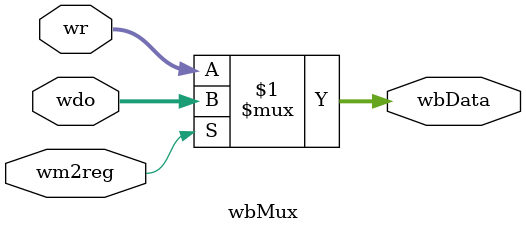
<source format=v>
`timescale 1ns / 1ps

module wbMux(
    input [31:0] wr, wdo,
    input wm2reg,
    output [31:0] wbData
    );
    assign wbData = wm2reg ? wdo : wr;
endmodule

</source>
